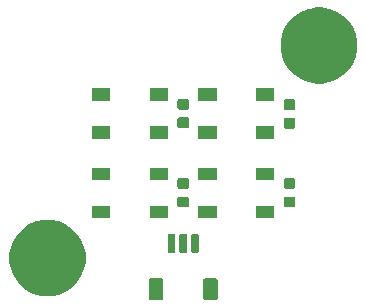
<source format=gbr>
G04 #@! TF.GenerationSoftware,KiCad,Pcbnew,(5.1.4)-1*
G04 #@! TF.CreationDate,2021-01-17T18:18:24-03:30*
G04 #@! TF.ProjectId,RGB_Breakout,5247425f-4272-4656-916b-6f75742e6b69,V1.0*
G04 #@! TF.SameCoordinates,Original*
G04 #@! TF.FileFunction,Soldermask,Top*
G04 #@! TF.FilePolarity,Negative*
%FSLAX46Y46*%
G04 Gerber Fmt 4.6, Leading zero omitted, Abs format (unit mm)*
G04 Created by KiCad (PCBNEW (5.1.4)-1) date 2021-01-17 18:18:24*
%MOMM*%
%LPD*%
G04 APERTURE LIST*
%ADD10C,0.100000*%
G04 APERTURE END LIST*
D10*
G36*
X67745410Y-148204196D02*
G01*
X67787286Y-148216900D01*
X67825883Y-148237530D01*
X67859710Y-148265290D01*
X67887470Y-148299117D01*
X67908100Y-148337714D01*
X67920804Y-148379590D01*
X67925400Y-148426258D01*
X67925400Y-149823742D01*
X67920804Y-149870410D01*
X67908100Y-149912286D01*
X67887470Y-149950883D01*
X67859710Y-149984710D01*
X67825883Y-150012470D01*
X67787286Y-150033100D01*
X67745410Y-150045804D01*
X67698742Y-150050400D01*
X66901258Y-150050400D01*
X66854590Y-150045804D01*
X66812714Y-150033100D01*
X66774117Y-150012470D01*
X66740290Y-149984710D01*
X66712530Y-149950883D01*
X66691900Y-149912286D01*
X66679196Y-149870410D01*
X66674600Y-149823742D01*
X66674600Y-148426258D01*
X66679196Y-148379590D01*
X66691900Y-148337714D01*
X66712530Y-148299117D01*
X66740290Y-148265290D01*
X66774117Y-148237530D01*
X66812714Y-148216900D01*
X66854590Y-148204196D01*
X66901258Y-148199600D01*
X67698742Y-148199600D01*
X67745410Y-148204196D01*
X67745410Y-148204196D01*
G37*
G36*
X63145410Y-148204196D02*
G01*
X63187286Y-148216900D01*
X63225883Y-148237530D01*
X63259710Y-148265290D01*
X63287470Y-148299117D01*
X63308100Y-148337714D01*
X63320804Y-148379590D01*
X63325400Y-148426258D01*
X63325400Y-149823742D01*
X63320804Y-149870410D01*
X63308100Y-149912286D01*
X63287470Y-149950883D01*
X63259710Y-149984710D01*
X63225883Y-150012470D01*
X63187286Y-150033100D01*
X63145410Y-150045804D01*
X63098742Y-150050400D01*
X62301258Y-150050400D01*
X62254590Y-150045804D01*
X62212714Y-150033100D01*
X62174117Y-150012470D01*
X62140290Y-149984710D01*
X62112530Y-149950883D01*
X62091900Y-149912286D01*
X62079196Y-149870410D01*
X62074600Y-149823742D01*
X62074600Y-148426258D01*
X62079196Y-148379590D01*
X62091900Y-148337714D01*
X62112530Y-148299117D01*
X62140290Y-148265290D01*
X62174117Y-148237530D01*
X62212714Y-148216900D01*
X62254590Y-148204196D01*
X62301258Y-148199600D01*
X63098742Y-148199600D01*
X63145410Y-148204196D01*
X63145410Y-148204196D01*
G37*
G36*
X53879818Y-143286961D02*
G01*
X54440818Y-143398550D01*
X55027801Y-143641687D01*
X55556068Y-143994664D01*
X56005336Y-144443932D01*
X56358313Y-144972199D01*
X56601450Y-145559182D01*
X56725400Y-146182327D01*
X56725400Y-146817673D01*
X56601450Y-147440818D01*
X56358313Y-148027801D01*
X56005336Y-148556068D01*
X55556068Y-149005336D01*
X55027801Y-149358313D01*
X54440818Y-149601450D01*
X53879818Y-149713039D01*
X53817674Y-149725400D01*
X53182326Y-149725400D01*
X53120182Y-149713039D01*
X52559182Y-149601450D01*
X51972199Y-149358313D01*
X51443932Y-149005336D01*
X50994664Y-148556068D01*
X50641687Y-148027801D01*
X50398550Y-147440818D01*
X50274600Y-146817673D01*
X50274600Y-146182327D01*
X50398550Y-145559182D01*
X50641687Y-144972199D01*
X50994664Y-144443932D01*
X51443932Y-143994664D01*
X51972199Y-143641687D01*
X52559182Y-143398550D01*
X53120182Y-143286961D01*
X53182326Y-143274600D01*
X53817674Y-143274600D01*
X53879818Y-143286961D01*
X53879818Y-143286961D01*
G37*
G36*
X64219937Y-144452417D02*
G01*
X64244443Y-144459851D01*
X64267033Y-144471926D01*
X64286829Y-144488171D01*
X64303074Y-144507967D01*
X64315149Y-144530557D01*
X64322583Y-144555063D01*
X64325400Y-144583667D01*
X64325400Y-145916333D01*
X64322583Y-145944937D01*
X64315149Y-145969443D01*
X64303074Y-145992033D01*
X64286829Y-146011829D01*
X64267033Y-146028074D01*
X64244443Y-146040149D01*
X64219937Y-146047583D01*
X64191333Y-146050400D01*
X63808667Y-146050400D01*
X63780063Y-146047583D01*
X63755557Y-146040149D01*
X63732967Y-146028074D01*
X63713171Y-146011829D01*
X63696926Y-145992033D01*
X63684851Y-145969443D01*
X63677417Y-145944937D01*
X63674600Y-145916333D01*
X63674600Y-144583667D01*
X63677417Y-144555063D01*
X63684851Y-144530557D01*
X63696926Y-144507967D01*
X63713171Y-144488171D01*
X63732967Y-144471926D01*
X63755557Y-144459851D01*
X63780063Y-144452417D01*
X63808667Y-144449600D01*
X64191333Y-144449600D01*
X64219937Y-144452417D01*
X64219937Y-144452417D01*
G37*
G36*
X65219937Y-144452417D02*
G01*
X65244443Y-144459851D01*
X65267033Y-144471926D01*
X65286829Y-144488171D01*
X65303074Y-144507967D01*
X65315149Y-144530557D01*
X65322583Y-144555063D01*
X65325400Y-144583667D01*
X65325400Y-145916333D01*
X65322583Y-145944937D01*
X65315149Y-145969443D01*
X65303074Y-145992033D01*
X65286829Y-146011829D01*
X65267033Y-146028074D01*
X65244443Y-146040149D01*
X65219937Y-146047583D01*
X65191333Y-146050400D01*
X64808667Y-146050400D01*
X64780063Y-146047583D01*
X64755557Y-146040149D01*
X64732967Y-146028074D01*
X64713171Y-146011829D01*
X64696926Y-145992033D01*
X64684851Y-145969443D01*
X64677417Y-145944937D01*
X64674600Y-145916333D01*
X64674600Y-144583667D01*
X64677417Y-144555063D01*
X64684851Y-144530557D01*
X64696926Y-144507967D01*
X64713171Y-144488171D01*
X64732967Y-144471926D01*
X64755557Y-144459851D01*
X64780063Y-144452417D01*
X64808667Y-144449600D01*
X65191333Y-144449600D01*
X65219937Y-144452417D01*
X65219937Y-144452417D01*
G37*
G36*
X66219937Y-144452417D02*
G01*
X66244443Y-144459851D01*
X66267033Y-144471926D01*
X66286829Y-144488171D01*
X66303074Y-144507967D01*
X66315149Y-144530557D01*
X66322583Y-144555063D01*
X66325400Y-144583667D01*
X66325400Y-145916333D01*
X66322583Y-145944937D01*
X66315149Y-145969443D01*
X66303074Y-145992033D01*
X66286829Y-146011829D01*
X66267033Y-146028074D01*
X66244443Y-146040149D01*
X66219937Y-146047583D01*
X66191333Y-146050400D01*
X65808667Y-146050400D01*
X65780063Y-146047583D01*
X65755557Y-146040149D01*
X65732967Y-146028074D01*
X65713171Y-146011829D01*
X65696926Y-145992033D01*
X65684851Y-145969443D01*
X65677417Y-145944937D01*
X65674600Y-145916333D01*
X65674600Y-144583667D01*
X65677417Y-144555063D01*
X65684851Y-144530557D01*
X65696926Y-144507967D01*
X65713171Y-144488171D01*
X65732967Y-144471926D01*
X65755557Y-144459851D01*
X65780063Y-144452417D01*
X65808667Y-144449600D01*
X66191333Y-144449600D01*
X66219937Y-144452417D01*
X66219937Y-144452417D01*
G37*
G36*
X58825400Y-143125400D02*
G01*
X57274600Y-143125400D01*
X57274600Y-142074600D01*
X58825400Y-142074600D01*
X58825400Y-143125400D01*
X58825400Y-143125400D01*
G37*
G36*
X63725400Y-143125400D02*
G01*
X62174600Y-143125400D01*
X62174600Y-142074600D01*
X63725400Y-142074600D01*
X63725400Y-143125400D01*
X63725400Y-143125400D01*
G37*
G36*
X72725400Y-143125400D02*
G01*
X71174600Y-143125400D01*
X71174600Y-142074600D01*
X72725400Y-142074600D01*
X72725400Y-143125400D01*
X72725400Y-143125400D01*
G37*
G36*
X67825400Y-143125400D02*
G01*
X66274600Y-143125400D01*
X66274600Y-142074600D01*
X67825400Y-142074600D01*
X67825400Y-143125400D01*
X67825400Y-143125400D01*
G37*
G36*
X74339597Y-141291238D02*
G01*
X74377007Y-141302586D01*
X74411479Y-141321012D01*
X74441693Y-141345807D01*
X74466488Y-141376021D01*
X74484914Y-141410493D01*
X74496262Y-141447903D01*
X74500400Y-141489917D01*
X74500400Y-142010083D01*
X74496262Y-142052097D01*
X74484914Y-142089507D01*
X74466488Y-142123979D01*
X74441693Y-142154193D01*
X74411479Y-142178988D01*
X74377007Y-142197414D01*
X74339597Y-142208762D01*
X74297583Y-142212900D01*
X73702417Y-142212900D01*
X73660403Y-142208762D01*
X73622993Y-142197414D01*
X73588521Y-142178988D01*
X73558307Y-142154193D01*
X73533512Y-142123979D01*
X73515086Y-142089507D01*
X73503738Y-142052097D01*
X73499600Y-142010083D01*
X73499600Y-141489917D01*
X73503738Y-141447903D01*
X73515086Y-141410493D01*
X73533512Y-141376021D01*
X73558307Y-141345807D01*
X73588521Y-141321012D01*
X73622993Y-141302586D01*
X73660403Y-141291238D01*
X73702417Y-141287100D01*
X74297583Y-141287100D01*
X74339597Y-141291238D01*
X74339597Y-141291238D01*
G37*
G36*
X65339597Y-141291238D02*
G01*
X65377007Y-141302586D01*
X65411479Y-141321012D01*
X65441693Y-141345807D01*
X65466488Y-141376021D01*
X65484914Y-141410493D01*
X65496262Y-141447903D01*
X65500400Y-141489917D01*
X65500400Y-142010083D01*
X65496262Y-142052097D01*
X65484914Y-142089507D01*
X65466488Y-142123979D01*
X65441693Y-142154193D01*
X65411479Y-142178988D01*
X65377007Y-142197414D01*
X65339597Y-142208762D01*
X65297583Y-142212900D01*
X64702417Y-142212900D01*
X64660403Y-142208762D01*
X64622993Y-142197414D01*
X64588521Y-142178988D01*
X64558307Y-142154193D01*
X64533512Y-142123979D01*
X64515086Y-142089507D01*
X64503738Y-142052097D01*
X64499600Y-142010083D01*
X64499600Y-141489917D01*
X64503738Y-141447903D01*
X64515086Y-141410493D01*
X64533512Y-141376021D01*
X64558307Y-141345807D01*
X64588521Y-141321012D01*
X64622993Y-141302586D01*
X64660403Y-141291238D01*
X64702417Y-141287100D01*
X65297583Y-141287100D01*
X65339597Y-141291238D01*
X65339597Y-141291238D01*
G37*
G36*
X74339597Y-139716238D02*
G01*
X74377007Y-139727586D01*
X74411479Y-139746012D01*
X74441693Y-139770807D01*
X74466488Y-139801021D01*
X74484914Y-139835493D01*
X74496262Y-139872903D01*
X74500400Y-139914917D01*
X74500400Y-140435083D01*
X74496262Y-140477097D01*
X74484914Y-140514507D01*
X74466488Y-140548979D01*
X74441693Y-140579193D01*
X74411479Y-140603988D01*
X74377007Y-140622414D01*
X74339597Y-140633762D01*
X74297583Y-140637900D01*
X73702417Y-140637900D01*
X73660403Y-140633762D01*
X73622993Y-140622414D01*
X73588521Y-140603988D01*
X73558307Y-140579193D01*
X73533512Y-140548979D01*
X73515086Y-140514507D01*
X73503738Y-140477097D01*
X73499600Y-140435083D01*
X73499600Y-139914917D01*
X73503738Y-139872903D01*
X73515086Y-139835493D01*
X73533512Y-139801021D01*
X73558307Y-139770807D01*
X73588521Y-139746012D01*
X73622993Y-139727586D01*
X73660403Y-139716238D01*
X73702417Y-139712100D01*
X74297583Y-139712100D01*
X74339597Y-139716238D01*
X74339597Y-139716238D01*
G37*
G36*
X65339597Y-139716238D02*
G01*
X65377007Y-139727586D01*
X65411479Y-139746012D01*
X65441693Y-139770807D01*
X65466488Y-139801021D01*
X65484914Y-139835493D01*
X65496262Y-139872903D01*
X65500400Y-139914917D01*
X65500400Y-140435083D01*
X65496262Y-140477097D01*
X65484914Y-140514507D01*
X65466488Y-140548979D01*
X65441693Y-140579193D01*
X65411479Y-140603988D01*
X65377007Y-140622414D01*
X65339597Y-140633762D01*
X65297583Y-140637900D01*
X64702417Y-140637900D01*
X64660403Y-140633762D01*
X64622993Y-140622414D01*
X64588521Y-140603988D01*
X64558307Y-140579193D01*
X64533512Y-140548979D01*
X64515086Y-140514507D01*
X64503738Y-140477097D01*
X64499600Y-140435083D01*
X64499600Y-139914917D01*
X64503738Y-139872903D01*
X64515086Y-139835493D01*
X64533512Y-139801021D01*
X64558307Y-139770807D01*
X64588521Y-139746012D01*
X64622993Y-139727586D01*
X64660403Y-139716238D01*
X64702417Y-139712100D01*
X65297583Y-139712100D01*
X65339597Y-139716238D01*
X65339597Y-139716238D01*
G37*
G36*
X63725400Y-139925400D02*
G01*
X62174600Y-139925400D01*
X62174600Y-138874600D01*
X63725400Y-138874600D01*
X63725400Y-139925400D01*
X63725400Y-139925400D01*
G37*
G36*
X58825400Y-139925400D02*
G01*
X57274600Y-139925400D01*
X57274600Y-138874600D01*
X58825400Y-138874600D01*
X58825400Y-139925400D01*
X58825400Y-139925400D01*
G37*
G36*
X67825400Y-139925400D02*
G01*
X66274600Y-139925400D01*
X66274600Y-138874600D01*
X67825400Y-138874600D01*
X67825400Y-139925400D01*
X67825400Y-139925400D01*
G37*
G36*
X72725400Y-139925400D02*
G01*
X71174600Y-139925400D01*
X71174600Y-138874600D01*
X72725400Y-138874600D01*
X72725400Y-139925400D01*
X72725400Y-139925400D01*
G37*
G36*
X63725400Y-136375400D02*
G01*
X62174600Y-136375400D01*
X62174600Y-135324600D01*
X63725400Y-135324600D01*
X63725400Y-136375400D01*
X63725400Y-136375400D01*
G37*
G36*
X72725400Y-136375400D02*
G01*
X71174600Y-136375400D01*
X71174600Y-135324600D01*
X72725400Y-135324600D01*
X72725400Y-136375400D01*
X72725400Y-136375400D01*
G37*
G36*
X67825400Y-136375400D02*
G01*
X66274600Y-136375400D01*
X66274600Y-135324600D01*
X67825400Y-135324600D01*
X67825400Y-136375400D01*
X67825400Y-136375400D01*
G37*
G36*
X58825400Y-136375400D02*
G01*
X57274600Y-136375400D01*
X57274600Y-135324600D01*
X58825400Y-135324600D01*
X58825400Y-136375400D01*
X58825400Y-136375400D01*
G37*
G36*
X74339597Y-134616238D02*
G01*
X74377007Y-134627586D01*
X74411479Y-134646012D01*
X74441693Y-134670807D01*
X74466488Y-134701021D01*
X74484914Y-134735493D01*
X74496262Y-134772903D01*
X74500400Y-134814917D01*
X74500400Y-135335083D01*
X74496262Y-135377097D01*
X74484914Y-135414507D01*
X74466488Y-135448979D01*
X74441693Y-135479193D01*
X74411479Y-135503988D01*
X74377007Y-135522414D01*
X74339597Y-135533762D01*
X74297583Y-135537900D01*
X73702417Y-135537900D01*
X73660403Y-135533762D01*
X73622993Y-135522414D01*
X73588521Y-135503988D01*
X73558307Y-135479193D01*
X73533512Y-135448979D01*
X73515086Y-135414507D01*
X73503738Y-135377097D01*
X73499600Y-135335083D01*
X73499600Y-134814917D01*
X73503738Y-134772903D01*
X73515086Y-134735493D01*
X73533512Y-134701021D01*
X73558307Y-134670807D01*
X73588521Y-134646012D01*
X73622993Y-134627586D01*
X73660403Y-134616238D01*
X73702417Y-134612100D01*
X74297583Y-134612100D01*
X74339597Y-134616238D01*
X74339597Y-134616238D01*
G37*
G36*
X65339597Y-134578738D02*
G01*
X65377007Y-134590086D01*
X65411479Y-134608512D01*
X65441693Y-134633307D01*
X65466488Y-134663521D01*
X65484914Y-134697993D01*
X65496262Y-134735403D01*
X65500400Y-134777417D01*
X65500400Y-135297583D01*
X65496262Y-135339597D01*
X65484914Y-135377007D01*
X65466488Y-135411479D01*
X65441693Y-135441693D01*
X65411479Y-135466488D01*
X65377007Y-135484914D01*
X65339597Y-135496262D01*
X65297583Y-135500400D01*
X64702417Y-135500400D01*
X64660403Y-135496262D01*
X64622993Y-135484914D01*
X64588521Y-135466488D01*
X64558307Y-135441693D01*
X64533512Y-135411479D01*
X64515086Y-135377007D01*
X64503738Y-135339597D01*
X64499600Y-135297583D01*
X64499600Y-134777417D01*
X64503738Y-134735403D01*
X64515086Y-134697993D01*
X64533512Y-134663521D01*
X64558307Y-134633307D01*
X64588521Y-134608512D01*
X64622993Y-134590086D01*
X64660403Y-134578738D01*
X64702417Y-134574600D01*
X65297583Y-134574600D01*
X65339597Y-134578738D01*
X65339597Y-134578738D01*
G37*
G36*
X74339597Y-133041238D02*
G01*
X74377007Y-133052586D01*
X74411479Y-133071012D01*
X74441693Y-133095807D01*
X74466488Y-133126021D01*
X74484914Y-133160493D01*
X74496262Y-133197903D01*
X74500400Y-133239917D01*
X74500400Y-133760083D01*
X74496262Y-133802097D01*
X74484914Y-133839507D01*
X74466488Y-133873979D01*
X74441693Y-133904193D01*
X74411479Y-133928988D01*
X74377007Y-133947414D01*
X74339597Y-133958762D01*
X74297583Y-133962900D01*
X73702417Y-133962900D01*
X73660403Y-133958762D01*
X73622993Y-133947414D01*
X73588521Y-133928988D01*
X73558307Y-133904193D01*
X73533512Y-133873979D01*
X73515086Y-133839507D01*
X73503738Y-133802097D01*
X73499600Y-133760083D01*
X73499600Y-133239917D01*
X73503738Y-133197903D01*
X73515086Y-133160493D01*
X73533512Y-133126021D01*
X73558307Y-133095807D01*
X73588521Y-133071012D01*
X73622993Y-133052586D01*
X73660403Y-133041238D01*
X73702417Y-133037100D01*
X74297583Y-133037100D01*
X74339597Y-133041238D01*
X74339597Y-133041238D01*
G37*
G36*
X65339597Y-133003738D02*
G01*
X65377007Y-133015086D01*
X65411479Y-133033512D01*
X65441693Y-133058307D01*
X65466488Y-133088521D01*
X65484914Y-133122993D01*
X65496262Y-133160403D01*
X65500400Y-133202417D01*
X65500400Y-133722583D01*
X65496262Y-133764597D01*
X65484914Y-133802007D01*
X65466488Y-133836479D01*
X65441693Y-133866693D01*
X65411479Y-133891488D01*
X65377007Y-133909914D01*
X65339597Y-133921262D01*
X65297583Y-133925400D01*
X64702417Y-133925400D01*
X64660403Y-133921262D01*
X64622993Y-133909914D01*
X64588521Y-133891488D01*
X64558307Y-133866693D01*
X64533512Y-133836479D01*
X64515086Y-133802007D01*
X64503738Y-133764597D01*
X64499600Y-133722583D01*
X64499600Y-133202417D01*
X64503738Y-133160403D01*
X64515086Y-133122993D01*
X64533512Y-133088521D01*
X64558307Y-133058307D01*
X64588521Y-133033512D01*
X64622993Y-133015086D01*
X64660403Y-133003738D01*
X64702417Y-132999600D01*
X65297583Y-132999600D01*
X65339597Y-133003738D01*
X65339597Y-133003738D01*
G37*
G36*
X58825400Y-133175400D02*
G01*
X57274600Y-133175400D01*
X57274600Y-132124600D01*
X58825400Y-132124600D01*
X58825400Y-133175400D01*
X58825400Y-133175400D01*
G37*
G36*
X63725400Y-133175400D02*
G01*
X62174600Y-133175400D01*
X62174600Y-132124600D01*
X63725400Y-132124600D01*
X63725400Y-133175400D01*
X63725400Y-133175400D01*
G37*
G36*
X67825400Y-133175400D02*
G01*
X66274600Y-133175400D01*
X66274600Y-132124600D01*
X67825400Y-132124600D01*
X67825400Y-133175400D01*
X67825400Y-133175400D01*
G37*
G36*
X72725400Y-133175400D02*
G01*
X71174600Y-133175400D01*
X71174600Y-132124600D01*
X72725400Y-132124600D01*
X72725400Y-133175400D01*
X72725400Y-133175400D01*
G37*
G36*
X76879818Y-125286961D02*
G01*
X77440818Y-125398550D01*
X78027801Y-125641687D01*
X78556068Y-125994664D01*
X79005336Y-126443932D01*
X79358313Y-126972199D01*
X79601450Y-127559182D01*
X79725400Y-128182327D01*
X79725400Y-128817673D01*
X79601450Y-129440818D01*
X79358313Y-130027801D01*
X79005336Y-130556068D01*
X78556068Y-131005336D01*
X78027801Y-131358313D01*
X77440818Y-131601450D01*
X76879818Y-131713039D01*
X76817674Y-131725400D01*
X76182326Y-131725400D01*
X76120182Y-131713039D01*
X75559182Y-131601450D01*
X74972199Y-131358313D01*
X74443932Y-131005336D01*
X73994664Y-130556068D01*
X73641687Y-130027801D01*
X73398550Y-129440818D01*
X73274600Y-128817673D01*
X73274600Y-128182327D01*
X73398550Y-127559182D01*
X73641687Y-126972199D01*
X73994664Y-126443932D01*
X74443932Y-125994664D01*
X74972199Y-125641687D01*
X75559182Y-125398550D01*
X76120182Y-125286961D01*
X76182326Y-125274600D01*
X76817674Y-125274600D01*
X76879818Y-125286961D01*
X76879818Y-125286961D01*
G37*
M02*

</source>
